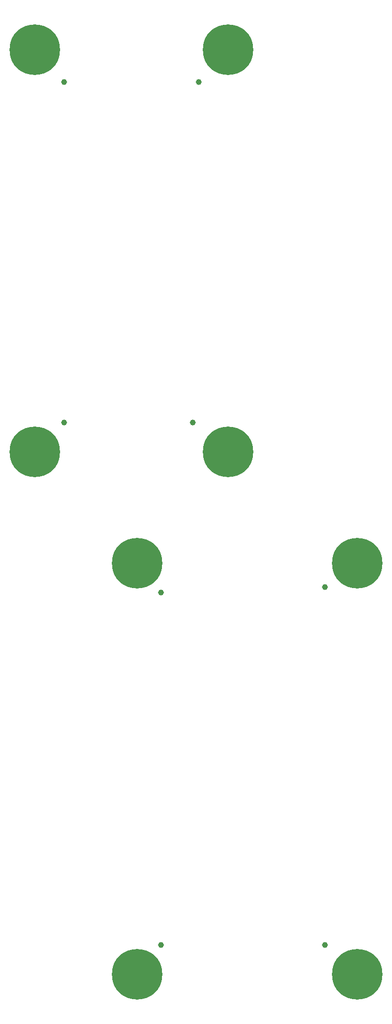
<source format=gbr>
%TF.GenerationSoftware,KiCad,Pcbnew,(5.1.6)-1*%
%TF.CreationDate,2021-12-16T16:10:30-05:00*%
%TF.ProjectId,RFID_PROJECT,52464944-5f50-4524-9f4a-4543542e6b69,c*%
%TF.SameCoordinates,Original*%
%TF.FileFunction,Copper,L2,Inr*%
%TF.FilePolarity,Positive*%
%FSLAX46Y46*%
G04 Gerber Fmt 4.6, Leading zero omitted, Abs format (unit mm)*
G04 Created by KiCad (PCBNEW (5.1.6)-1) date 2021-12-16 16:10:30*
%MOMM*%
%LPD*%
G01*
G04 APERTURE LIST*
%TA.AperFunction,ViaPad*%
%ADD10C,0.900000*%
%TD*%
%TA.AperFunction,ViaPad*%
%ADD11C,8.600000*%
%TD*%
%TA.AperFunction,ViaPad*%
%ADD12C,1.000000*%
%TD*%
G04 APERTURE END LIST*
D10*
%TO.N,N/C*%
%TO.C,H8*%
X146280419Y-182219581D03*
X144000000Y-181275000D03*
X141719581Y-182219581D03*
X140775000Y-184500000D03*
X141719581Y-186780419D03*
X144000000Y-187725000D03*
X146280419Y-186780419D03*
X147225000Y-184500000D03*
D11*
X144000000Y-184500000D03*
%TD*%
D10*
%TO.N,N/C*%
%TO.C,H7*%
X108780419Y-182219581D03*
X106500000Y-181275000D03*
X104219581Y-182219581D03*
X103275000Y-184500000D03*
X104219581Y-186780419D03*
X106500000Y-187725000D03*
X108780419Y-186780419D03*
X109725000Y-184500000D03*
D11*
X106500000Y-184500000D03*
%TD*%
D10*
%TO.N,N/C*%
%TO.C,H6*%
X146280419Y-112219581D03*
X144000000Y-111275000D03*
X141719581Y-112219581D03*
X140775000Y-114500000D03*
X141719581Y-116780419D03*
X144000000Y-117725000D03*
X146280419Y-116780419D03*
X147225000Y-114500000D03*
D11*
X144000000Y-114500000D03*
%TD*%
D10*
%TO.N,N/C*%
%TO.C,H5*%
X108780419Y-112219581D03*
X106500000Y-111275000D03*
X104219581Y-112219581D03*
X103275000Y-114500000D03*
X104219581Y-116780419D03*
X106500000Y-117725000D03*
X108780419Y-116780419D03*
X109725000Y-114500000D03*
D11*
X106500000Y-114500000D03*
%TD*%
D10*
%TO.N,N/C*%
%TO.C,H4*%
X124280419Y-93219581D03*
X122000000Y-92275000D03*
X119719581Y-93219581D03*
X118775000Y-95500000D03*
X119719581Y-97780419D03*
X122000000Y-98725000D03*
X124280419Y-97780419D03*
X125225000Y-95500000D03*
D11*
X122000000Y-95500000D03*
%TD*%
D10*
%TO.N,N/C*%
%TO.C,H3*%
X91280419Y-93219581D03*
X89000000Y-92275000D03*
X86719581Y-93219581D03*
X85775000Y-95500000D03*
X86719581Y-97780419D03*
X89000000Y-98725000D03*
X91280419Y-97780419D03*
X92225000Y-95500000D03*
D11*
X89000000Y-95500000D03*
%TD*%
D10*
%TO.N,N/C*%
%TO.C,H2*%
X124280419Y-24719581D03*
X122000000Y-23775000D03*
X119719581Y-24719581D03*
X118775000Y-27000000D03*
X119719581Y-29280419D03*
X122000000Y-30225000D03*
X124280419Y-29280419D03*
X125225000Y-27000000D03*
D11*
X122000000Y-27000000D03*
%TD*%
D10*
%TO.N,N/C*%
%TO.C,H1*%
X91280419Y-24719581D03*
X89000000Y-23775000D03*
X86719581Y-24719581D03*
X85775000Y-27000000D03*
X86719581Y-29280419D03*
X89000000Y-30225000D03*
X91280419Y-29280419D03*
X92225000Y-27000000D03*
D11*
X89000000Y-27000000D03*
%TD*%
D12*
%TO.N,GND*%
X94000000Y-32500000D03*
X117000000Y-32500000D03*
X116000000Y-90500000D03*
X94000000Y-90500000D03*
%TO.N,GND1*%
X110500000Y-119500000D03*
X138500000Y-118500000D03*
X138500000Y-179500000D03*
X110500000Y-179500000D03*
%TD*%
M02*

</source>
